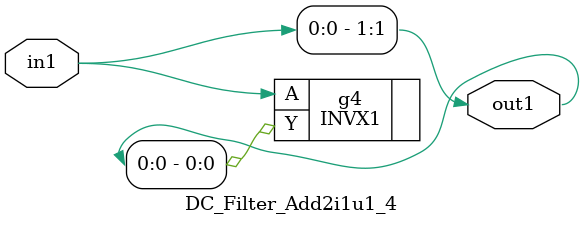
<source format=v>
`timescale 1ps / 1ps


module DC_Filter_Add2i1u1_4(in1, out1);
  input in1;
  output [1:0] out1;
  wire in1;
  wire [1:0] out1;
  assign out1[1] = in1;
  INVX1 g4(.A (in1), .Y (out1[0]));
endmodule


</source>
